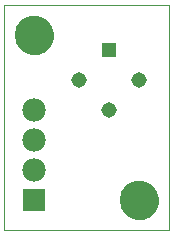
<source format=gbs>
G75*
%MOIN*%
%OFA0B0*%
%FSLAX25Y25*%
%IPPOS*%
%LPD*%
%AMOC8*
5,1,8,0,0,1.08239X$1,22.5*
%
%ADD10C,0.00000*%
%ADD11C,0.12900*%
%ADD12R,0.07800X0.07800*%
%ADD13C,0.07800*%
%ADD14C,0.05156*%
%ADD15R,0.05156X0.05156*%
D10*
X0016575Y0001500D02*
X0016575Y0076500D01*
X0071575Y0076500D01*
X0071575Y0001500D01*
X0016575Y0001500D01*
X0055325Y0011500D02*
X0055327Y0011658D01*
X0055333Y0011815D01*
X0055343Y0011973D01*
X0055357Y0012130D01*
X0055375Y0012286D01*
X0055396Y0012443D01*
X0055422Y0012598D01*
X0055452Y0012753D01*
X0055485Y0012907D01*
X0055523Y0013060D01*
X0055564Y0013213D01*
X0055609Y0013364D01*
X0055658Y0013514D01*
X0055711Y0013662D01*
X0055767Y0013810D01*
X0055828Y0013955D01*
X0055891Y0014100D01*
X0055959Y0014242D01*
X0056030Y0014383D01*
X0056104Y0014522D01*
X0056182Y0014659D01*
X0056264Y0014794D01*
X0056348Y0014927D01*
X0056437Y0015058D01*
X0056528Y0015186D01*
X0056623Y0015313D01*
X0056720Y0015436D01*
X0056821Y0015558D01*
X0056925Y0015676D01*
X0057032Y0015792D01*
X0057142Y0015905D01*
X0057254Y0016016D01*
X0057370Y0016123D01*
X0057488Y0016228D01*
X0057608Y0016330D01*
X0057731Y0016428D01*
X0057857Y0016524D01*
X0057985Y0016616D01*
X0058115Y0016705D01*
X0058247Y0016791D01*
X0058382Y0016873D01*
X0058519Y0016952D01*
X0058657Y0017027D01*
X0058797Y0017099D01*
X0058940Y0017167D01*
X0059083Y0017232D01*
X0059229Y0017293D01*
X0059376Y0017350D01*
X0059524Y0017404D01*
X0059674Y0017454D01*
X0059824Y0017500D01*
X0059976Y0017542D01*
X0060129Y0017581D01*
X0060283Y0017615D01*
X0060438Y0017646D01*
X0060593Y0017672D01*
X0060749Y0017695D01*
X0060906Y0017714D01*
X0061063Y0017729D01*
X0061220Y0017740D01*
X0061378Y0017747D01*
X0061536Y0017750D01*
X0061693Y0017749D01*
X0061851Y0017744D01*
X0062008Y0017735D01*
X0062166Y0017722D01*
X0062322Y0017705D01*
X0062479Y0017684D01*
X0062634Y0017660D01*
X0062789Y0017631D01*
X0062944Y0017598D01*
X0063097Y0017562D01*
X0063250Y0017521D01*
X0063401Y0017477D01*
X0063551Y0017429D01*
X0063700Y0017378D01*
X0063848Y0017322D01*
X0063994Y0017263D01*
X0064139Y0017200D01*
X0064282Y0017133D01*
X0064423Y0017063D01*
X0064562Y0016990D01*
X0064700Y0016913D01*
X0064836Y0016832D01*
X0064969Y0016748D01*
X0065100Y0016661D01*
X0065229Y0016570D01*
X0065356Y0016476D01*
X0065481Y0016379D01*
X0065602Y0016279D01*
X0065722Y0016176D01*
X0065838Y0016070D01*
X0065952Y0015961D01*
X0066064Y0015849D01*
X0066172Y0015735D01*
X0066277Y0015617D01*
X0066380Y0015497D01*
X0066479Y0015375D01*
X0066575Y0015250D01*
X0066668Y0015122D01*
X0066758Y0014993D01*
X0066844Y0014861D01*
X0066928Y0014727D01*
X0067007Y0014591D01*
X0067084Y0014453D01*
X0067156Y0014313D01*
X0067225Y0014171D01*
X0067291Y0014028D01*
X0067353Y0013883D01*
X0067411Y0013736D01*
X0067466Y0013588D01*
X0067517Y0013439D01*
X0067564Y0013288D01*
X0067607Y0013137D01*
X0067646Y0012984D01*
X0067682Y0012830D01*
X0067713Y0012676D01*
X0067741Y0012521D01*
X0067765Y0012365D01*
X0067785Y0012208D01*
X0067801Y0012051D01*
X0067813Y0011894D01*
X0067821Y0011737D01*
X0067825Y0011579D01*
X0067825Y0011421D01*
X0067821Y0011263D01*
X0067813Y0011106D01*
X0067801Y0010949D01*
X0067785Y0010792D01*
X0067765Y0010635D01*
X0067741Y0010479D01*
X0067713Y0010324D01*
X0067682Y0010170D01*
X0067646Y0010016D01*
X0067607Y0009863D01*
X0067564Y0009712D01*
X0067517Y0009561D01*
X0067466Y0009412D01*
X0067411Y0009264D01*
X0067353Y0009117D01*
X0067291Y0008972D01*
X0067225Y0008829D01*
X0067156Y0008687D01*
X0067084Y0008547D01*
X0067007Y0008409D01*
X0066928Y0008273D01*
X0066844Y0008139D01*
X0066758Y0008007D01*
X0066668Y0007878D01*
X0066575Y0007750D01*
X0066479Y0007625D01*
X0066380Y0007503D01*
X0066277Y0007383D01*
X0066172Y0007265D01*
X0066064Y0007151D01*
X0065952Y0007039D01*
X0065838Y0006930D01*
X0065722Y0006824D01*
X0065602Y0006721D01*
X0065481Y0006621D01*
X0065356Y0006524D01*
X0065229Y0006430D01*
X0065100Y0006339D01*
X0064969Y0006252D01*
X0064836Y0006168D01*
X0064700Y0006087D01*
X0064562Y0006010D01*
X0064423Y0005937D01*
X0064282Y0005867D01*
X0064139Y0005800D01*
X0063994Y0005737D01*
X0063848Y0005678D01*
X0063700Y0005622D01*
X0063551Y0005571D01*
X0063401Y0005523D01*
X0063250Y0005479D01*
X0063097Y0005438D01*
X0062944Y0005402D01*
X0062789Y0005369D01*
X0062634Y0005340D01*
X0062479Y0005316D01*
X0062322Y0005295D01*
X0062166Y0005278D01*
X0062008Y0005265D01*
X0061851Y0005256D01*
X0061693Y0005251D01*
X0061536Y0005250D01*
X0061378Y0005253D01*
X0061220Y0005260D01*
X0061063Y0005271D01*
X0060906Y0005286D01*
X0060749Y0005305D01*
X0060593Y0005328D01*
X0060438Y0005354D01*
X0060283Y0005385D01*
X0060129Y0005419D01*
X0059976Y0005458D01*
X0059824Y0005500D01*
X0059674Y0005546D01*
X0059524Y0005596D01*
X0059376Y0005650D01*
X0059229Y0005707D01*
X0059083Y0005768D01*
X0058940Y0005833D01*
X0058797Y0005901D01*
X0058657Y0005973D01*
X0058519Y0006048D01*
X0058382Y0006127D01*
X0058247Y0006209D01*
X0058115Y0006295D01*
X0057985Y0006384D01*
X0057857Y0006476D01*
X0057731Y0006572D01*
X0057608Y0006670D01*
X0057488Y0006772D01*
X0057370Y0006877D01*
X0057254Y0006984D01*
X0057142Y0007095D01*
X0057032Y0007208D01*
X0056925Y0007324D01*
X0056821Y0007442D01*
X0056720Y0007564D01*
X0056623Y0007687D01*
X0056528Y0007814D01*
X0056437Y0007942D01*
X0056348Y0008073D01*
X0056264Y0008206D01*
X0056182Y0008341D01*
X0056104Y0008478D01*
X0056030Y0008617D01*
X0055959Y0008758D01*
X0055891Y0008900D01*
X0055828Y0009045D01*
X0055767Y0009190D01*
X0055711Y0009338D01*
X0055658Y0009486D01*
X0055609Y0009636D01*
X0055564Y0009787D01*
X0055523Y0009940D01*
X0055485Y0010093D01*
X0055452Y0010247D01*
X0055422Y0010402D01*
X0055396Y0010557D01*
X0055375Y0010714D01*
X0055357Y0010870D01*
X0055343Y0011027D01*
X0055333Y0011185D01*
X0055327Y0011342D01*
X0055325Y0011500D01*
X0020325Y0066500D02*
X0020327Y0066658D01*
X0020333Y0066815D01*
X0020343Y0066973D01*
X0020357Y0067130D01*
X0020375Y0067286D01*
X0020396Y0067443D01*
X0020422Y0067598D01*
X0020452Y0067753D01*
X0020485Y0067907D01*
X0020523Y0068060D01*
X0020564Y0068213D01*
X0020609Y0068364D01*
X0020658Y0068514D01*
X0020711Y0068662D01*
X0020767Y0068810D01*
X0020828Y0068955D01*
X0020891Y0069100D01*
X0020959Y0069242D01*
X0021030Y0069383D01*
X0021104Y0069522D01*
X0021182Y0069659D01*
X0021264Y0069794D01*
X0021348Y0069927D01*
X0021437Y0070058D01*
X0021528Y0070186D01*
X0021623Y0070313D01*
X0021720Y0070436D01*
X0021821Y0070558D01*
X0021925Y0070676D01*
X0022032Y0070792D01*
X0022142Y0070905D01*
X0022254Y0071016D01*
X0022370Y0071123D01*
X0022488Y0071228D01*
X0022608Y0071330D01*
X0022731Y0071428D01*
X0022857Y0071524D01*
X0022985Y0071616D01*
X0023115Y0071705D01*
X0023247Y0071791D01*
X0023382Y0071873D01*
X0023519Y0071952D01*
X0023657Y0072027D01*
X0023797Y0072099D01*
X0023940Y0072167D01*
X0024083Y0072232D01*
X0024229Y0072293D01*
X0024376Y0072350D01*
X0024524Y0072404D01*
X0024674Y0072454D01*
X0024824Y0072500D01*
X0024976Y0072542D01*
X0025129Y0072581D01*
X0025283Y0072615D01*
X0025438Y0072646D01*
X0025593Y0072672D01*
X0025749Y0072695D01*
X0025906Y0072714D01*
X0026063Y0072729D01*
X0026220Y0072740D01*
X0026378Y0072747D01*
X0026536Y0072750D01*
X0026693Y0072749D01*
X0026851Y0072744D01*
X0027008Y0072735D01*
X0027166Y0072722D01*
X0027322Y0072705D01*
X0027479Y0072684D01*
X0027634Y0072660D01*
X0027789Y0072631D01*
X0027944Y0072598D01*
X0028097Y0072562D01*
X0028250Y0072521D01*
X0028401Y0072477D01*
X0028551Y0072429D01*
X0028700Y0072378D01*
X0028848Y0072322D01*
X0028994Y0072263D01*
X0029139Y0072200D01*
X0029282Y0072133D01*
X0029423Y0072063D01*
X0029562Y0071990D01*
X0029700Y0071913D01*
X0029836Y0071832D01*
X0029969Y0071748D01*
X0030100Y0071661D01*
X0030229Y0071570D01*
X0030356Y0071476D01*
X0030481Y0071379D01*
X0030602Y0071279D01*
X0030722Y0071176D01*
X0030838Y0071070D01*
X0030952Y0070961D01*
X0031064Y0070849D01*
X0031172Y0070735D01*
X0031277Y0070617D01*
X0031380Y0070497D01*
X0031479Y0070375D01*
X0031575Y0070250D01*
X0031668Y0070122D01*
X0031758Y0069993D01*
X0031844Y0069861D01*
X0031928Y0069727D01*
X0032007Y0069591D01*
X0032084Y0069453D01*
X0032156Y0069313D01*
X0032225Y0069171D01*
X0032291Y0069028D01*
X0032353Y0068883D01*
X0032411Y0068736D01*
X0032466Y0068588D01*
X0032517Y0068439D01*
X0032564Y0068288D01*
X0032607Y0068137D01*
X0032646Y0067984D01*
X0032682Y0067830D01*
X0032713Y0067676D01*
X0032741Y0067521D01*
X0032765Y0067365D01*
X0032785Y0067208D01*
X0032801Y0067051D01*
X0032813Y0066894D01*
X0032821Y0066737D01*
X0032825Y0066579D01*
X0032825Y0066421D01*
X0032821Y0066263D01*
X0032813Y0066106D01*
X0032801Y0065949D01*
X0032785Y0065792D01*
X0032765Y0065635D01*
X0032741Y0065479D01*
X0032713Y0065324D01*
X0032682Y0065170D01*
X0032646Y0065016D01*
X0032607Y0064863D01*
X0032564Y0064712D01*
X0032517Y0064561D01*
X0032466Y0064412D01*
X0032411Y0064264D01*
X0032353Y0064117D01*
X0032291Y0063972D01*
X0032225Y0063829D01*
X0032156Y0063687D01*
X0032084Y0063547D01*
X0032007Y0063409D01*
X0031928Y0063273D01*
X0031844Y0063139D01*
X0031758Y0063007D01*
X0031668Y0062878D01*
X0031575Y0062750D01*
X0031479Y0062625D01*
X0031380Y0062503D01*
X0031277Y0062383D01*
X0031172Y0062265D01*
X0031064Y0062151D01*
X0030952Y0062039D01*
X0030838Y0061930D01*
X0030722Y0061824D01*
X0030602Y0061721D01*
X0030481Y0061621D01*
X0030356Y0061524D01*
X0030229Y0061430D01*
X0030100Y0061339D01*
X0029969Y0061252D01*
X0029836Y0061168D01*
X0029700Y0061087D01*
X0029562Y0061010D01*
X0029423Y0060937D01*
X0029282Y0060867D01*
X0029139Y0060800D01*
X0028994Y0060737D01*
X0028848Y0060678D01*
X0028700Y0060622D01*
X0028551Y0060571D01*
X0028401Y0060523D01*
X0028250Y0060479D01*
X0028097Y0060438D01*
X0027944Y0060402D01*
X0027789Y0060369D01*
X0027634Y0060340D01*
X0027479Y0060316D01*
X0027322Y0060295D01*
X0027166Y0060278D01*
X0027008Y0060265D01*
X0026851Y0060256D01*
X0026693Y0060251D01*
X0026536Y0060250D01*
X0026378Y0060253D01*
X0026220Y0060260D01*
X0026063Y0060271D01*
X0025906Y0060286D01*
X0025749Y0060305D01*
X0025593Y0060328D01*
X0025438Y0060354D01*
X0025283Y0060385D01*
X0025129Y0060419D01*
X0024976Y0060458D01*
X0024824Y0060500D01*
X0024674Y0060546D01*
X0024524Y0060596D01*
X0024376Y0060650D01*
X0024229Y0060707D01*
X0024083Y0060768D01*
X0023940Y0060833D01*
X0023797Y0060901D01*
X0023657Y0060973D01*
X0023519Y0061048D01*
X0023382Y0061127D01*
X0023247Y0061209D01*
X0023115Y0061295D01*
X0022985Y0061384D01*
X0022857Y0061476D01*
X0022731Y0061572D01*
X0022608Y0061670D01*
X0022488Y0061772D01*
X0022370Y0061877D01*
X0022254Y0061984D01*
X0022142Y0062095D01*
X0022032Y0062208D01*
X0021925Y0062324D01*
X0021821Y0062442D01*
X0021720Y0062564D01*
X0021623Y0062687D01*
X0021528Y0062814D01*
X0021437Y0062942D01*
X0021348Y0063073D01*
X0021264Y0063206D01*
X0021182Y0063341D01*
X0021104Y0063478D01*
X0021030Y0063617D01*
X0020959Y0063758D01*
X0020891Y0063900D01*
X0020828Y0064045D01*
X0020767Y0064190D01*
X0020711Y0064338D01*
X0020658Y0064486D01*
X0020609Y0064636D01*
X0020564Y0064787D01*
X0020523Y0064940D01*
X0020485Y0065093D01*
X0020452Y0065247D01*
X0020422Y0065402D01*
X0020396Y0065557D01*
X0020375Y0065714D01*
X0020357Y0065870D01*
X0020343Y0066027D01*
X0020333Y0066185D01*
X0020327Y0066342D01*
X0020325Y0066500D01*
D11*
X0026575Y0066500D03*
X0061575Y0011500D03*
D12*
X0026575Y0011500D03*
D13*
X0026575Y0021500D03*
X0026575Y0031500D03*
X0026575Y0041500D03*
D14*
X0041575Y0051500D03*
X0051575Y0041500D03*
X0061575Y0051500D03*
D15*
X0051575Y0061500D03*
M02*

</source>
